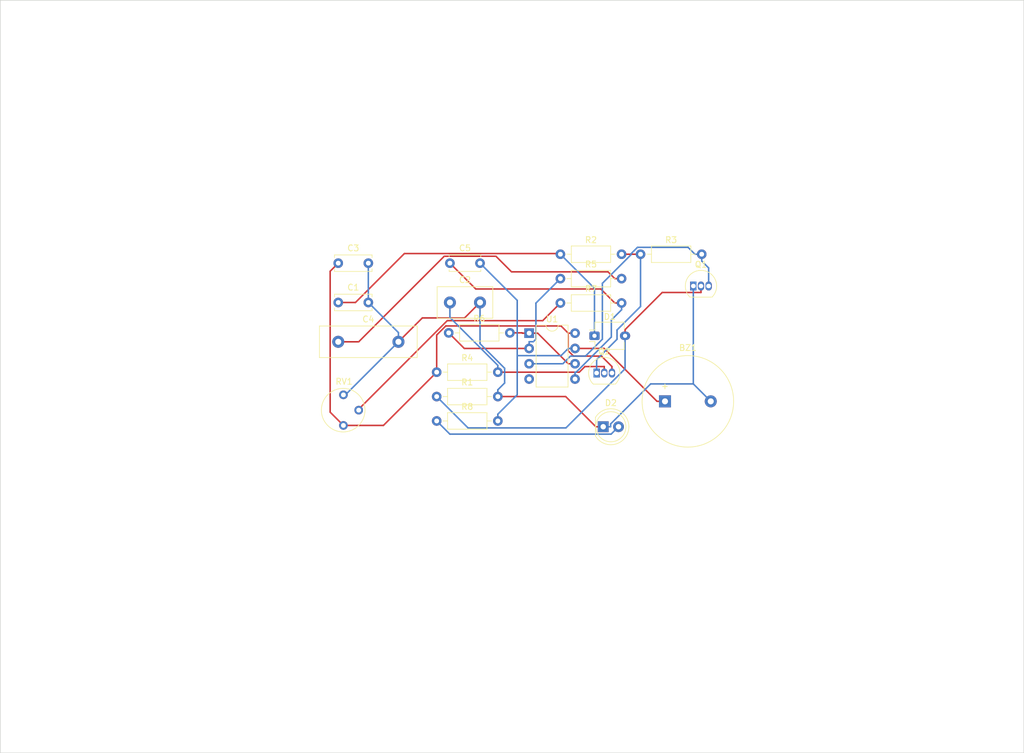
<source format=kicad_pcb>
(kicad_pcb (version 20211014) (generator pcbnew)
  (title_block (title "gammaray2usb") (date "2021-12-27") (rev "0.2x") (company "Fort Sand, Inc."))
  (layers (0 "F.Cu" signal) (31 "B.Cu" signal) (34 "B.Paste" user) (35 "F.Paste" user) (36 "B.SilkS" user "B.Silkscreen") (37 "F.SilkS" user "F.Silkscreen") (38 "B.Mask" user) (39 "F.Mask" user) (44 "Edge.Cuts" user))
  (net 0 "")
  (net 1 "Net-(BZ1-Pad1)")
  (net 2 "GND")
  (net 3 "Net-(C1-Pad1)")
  (net 4 "Net-(C2-Pad1)")
  (net 5 "+9V")
  (net 6 "Net-(C4-Pad1)")
  (net 7 "Net-(C5-Pad1)")
  (net 8 "Net-(D1-Pad2)")
  (net 9 "Net-(D2-Pad2)")
  (net 10 "Net-(Q1-Pad3)")
  (net 11 "Net-(Q2-Pad1)")
  (net 12 "Net-(R5-Pad1)")
  (net 13 "Net-(R6-Pad2)")
  (net 14 "Net-(R7-Pad1)")
  (net 15 "GNDREF")
  (footprint "Potentiometer_THT:Potentiometer_Vishay_T7-YA_Single_Vertical" (layer "F.Cu") (at 126.9892 105.6112)
    (fp_text reference "RV1" (at 0.11 -7.29) (layer "F.SilkS"))
    (fp_text value "250kΩ")
    (fp_circle (center -0.041 -2.54) (end 3.579 -2.54) (layer "F.SilkS") (width 0.12) (fill none))
    (pad "1" thru_hole circle locked (at 0 0) (size 1.44 1.44) (drill 0.8) (layers *.Cu *.Mask) (net 5 "+9V"))
    (pad "2" thru_hole circle locked (at 2.54 -2.54) (size 1.44 1.44) (drill 0.8) (layers *.Cu *.Mask) (net 14 "Net-(R7-Pad1)"))
    (pad "3" thru_hole circle locked (at 0 -5.08) (size 1.44 1.44) (drill 0.8) (layers *.Cu *.Mask) (net 2 "GND"))
  )
  (footprint "Resistor_THT:R_Axial_DIN0207_L6.3mm_D2.5mm_P10.16mm_Horizontal" (layer "F.Cu") (at 163.0278 77.1756)
    (fp_text reference "R2" (at 5.08 -2.37) (layer "F.SilkS"))
    (fp_text value "1.5M")
    (fp_line (start 9.12 0) (end 8.35 0) (layer "F.SilkS") (width 0.12))
    (fp_line (start 1.81 1.37) (end 8.35 1.37) (layer "F.SilkS") (width 0.12))
    (fp_line (start 1.81 -1.37) (end 1.81 1.37) (layer "F.SilkS") (width 0.12))
    (fp_line (start 1.04 0) (end 1.81 0) (layer "F.SilkS") (width 0.12))
    (fp_line (start 8.35 1.37) (end 8.35 -1.37) (layer "F.SilkS") (width 0.12))
    (fp_line (start 8.35 -1.37) (end 1.81 -1.37) (layer "F.SilkS") (width 0.12))
    (pad "1" thru_hole circle locked (at 0 0) (size 1.6 1.6) (drill 0.8) (layers *.Cu *.Mask) (net 3 "Net-(C1-Pad1)"))
    (pad "2" thru_hole oval locked (at 10.16 0) (size 1.6 1.6) (drill 0.8) (layers *.Cu *.Mask) (net 11 "Net-(Q2-Pad1)"))
  )
  (footprint "Resistor_THT:R_Axial_DIN0207_L6.3mm_D2.5mm_P10.16mm_Horizontal" (layer "F.Cu") (at 163.0278 81.2256)
    (fp_text reference "R5" (at 5.08 -2.37) (layer "F.SilkS"))
    (fp_text value "1k")
    (fp_line (start 9.12 0) (end 8.35 0) (layer "F.SilkS") (width 0.12))
    (fp_line (start 1.04 0) (end 1.81 0) (layer "F.SilkS") (width 0.12))
    (fp_line (start 1.81 1.37) (end 8.35 1.37) (layer "F.SilkS") (width 0.12))
    (fp_line (start 8.35 1.37) (end 8.35 -1.37) (layer "F.SilkS") (width 0.12))
    (fp_line (start 8.35 -1.37) (end 1.81 -1.37) (layer "F.SilkS") (width 0.12))
    (fp_line (start 1.81 -1.37) (end 1.81 1.37) (layer "F.SilkS") (width 0.12))
    (pad "1" thru_hole circle locked (at 0 0) (size 1.6 1.6) (drill 0.8) (layers *.Cu *.Mask) (net 12 "Net-(R5-Pad1)"))
    (pad "2" thru_hole oval locked (at 10.16 0) (size 1.6 1.6) (drill 0.8) (layers *.Cu *.Mask) (net 6 "Net-(C4-Pad1)"))
  )
  (footprint "Resistor_THT:R_Axial_DIN0207_L6.3mm_D2.5mm_P10.16mm_Horizontal" (layer "F.Cu") (at 142.4778 104.8656)
    (fp_text reference "R8" (at 5.08 -2.37) (layer "F.SilkS"))
    (fp_text value "1k")
    (fp_line (start 1.81 1.37) (end 8.35 1.37) (layer "F.SilkS") (width 0.12))
    (fp_line (start 1.81 -1.37) (end 1.81 1.37) (layer "F.SilkS") (width 0.12))
    (fp_line (start 8.35 -1.37) (end 1.81 -1.37) (layer "F.SilkS") (width 0.12))
    (fp_line (start 1.04 0) (end 1.81 0) (layer "F.SilkS") (width 0.12))
    (fp_line (start 8.35 1.37) (end 8.35 -1.37) (layer "F.SilkS") (width 0.12))
    (fp_line (start 9.12 0) (end 8.35 0) (layer "F.SilkS") (width 0.12))
    (pad "1" thru_hole circle locked (at 0 0) (size 1.6 1.6) (drill 0.8) (layers *.Cu *.Mask) (net 9 "Net-(D2-Pad2)"))
    (pad "2" thru_hole oval locked (at 10.16 0) (size 1.6 1.6) (drill 0.8) (layers *.Cu *.Mask) (net 1 "Net-(BZ1-Pad1)"))
  )
  (footprint "Capacitor_THT:C_Disc_D6.0mm_W2.5mm_P5.00mm" (layer "F.Cu") (at 126.1278 85.1906)
    (fp_text reference "C1" (at 2.5 -2.5) (layer "F.SilkS"))
    (fp_text value "0.1µF")
    (fp_line (start -0.62 -1.37) (end -0.62 -0.925) (layer "F.SilkS") (width 0.12))
    (fp_line (start -0.62 -1.37) (end 5.62 -1.37) (layer "F.SilkS") (width 0.12))
    (fp_line (start 5.62 0.925) (end 5.62 1.37) (layer "F.SilkS") (width 0.12))
    (fp_line (start -0.62 0.925) (end -0.62 1.37) (layer "F.SilkS") (width 0.12))
    (fp_line (start -0.62 1.37) (end 5.62 1.37) (layer "F.SilkS") (width 0.12))
    (fp_line (start 5.62 -1.37) (end 5.62 -0.925) (layer "F.SilkS") (width 0.12))
    (pad "1" thru_hole circle locked (at 0 0) (size 1.6 1.6) (drill 0.8) (layers *.Cu *.Mask) (net 3 "Net-(C1-Pad1)"))
    (pad "2" thru_hole circle locked (at 5 0) (size 1.6 1.6) (drill 0.8) (layers *.Cu *.Mask) (net 2 "GND"))
  )
  (footprint "Resistor_THT:R_Axial_DIN0207_L6.3mm_D2.5mm_P10.16mm_Horizontal" (layer "F.Cu") (at 176.3378 77.1756)
    (fp_text reference "R3" (at 5.08 -2.37) (layer "F.SilkS"))
    (fp_text value "56k")
    (fp_line (start 8.35 -1.37) (end 1.81 -1.37) (layer "F.SilkS") (width 0.12))
    (fp_line (start 1.81 1.37) (end 8.35 1.37) (layer "F.SilkS") (width 0.12))
    (fp_line (start 8.35 1.37) (end 8.35 -1.37) (layer "F.SilkS") (width 0.12))
    (fp_line (start 1.04 0) (end 1.81 0) (layer "F.SilkS") (width 0.12))
    (fp_line (start 9.12 0) (end 8.35 0) (layer "F.SilkS") (width 0.12))
    (fp_line (start 1.81 -1.37) (end 1.81 1.37) (layer "F.SilkS") (width 0.12))
    (pad "1" thru_hole circle locked (at 0 0) (size 1.6 1.6) (drill 0.8) (layers *.Cu *.Mask) (net 11 "Net-(Q2-Pad1)"))
    (pad "2" thru_hole oval locked (at 10.16 0) (size 1.6 1.6) (drill 0.8) (layers *.Cu *.Mask) (net 10 "Net-(Q1-Pad3)"))
  )
  (footprint "Resistor_THT:R_Axial_DIN0207_L6.3mm_D2.5mm_P10.16mm_Horizontal" (layer "F.Cu") (at 144.4778 90.2356)
    (fp_text reference "R6" (at 5.08 -2.37) (layer "F.SilkS"))
    (fp_text value "1.5M")
    (fp_line (start 1.81 1.37) (end 8.35 1.37) (layer "F.SilkS") (width 0.12))
    (fp_line (start 8.35 -1.37) (end 1.81 -1.37) (layer "F.SilkS") (width 0.12))
    (fp_line (start 9.12 0) (end 8.35 0) (layer "F.SilkS") (width 0.12))
    (fp_line (start 1.81 -1.37) (end 1.81 1.37) (layer "F.SilkS") (width 0.12))
    (fp_line (start 8.35 1.37) (end 8.35 -1.37) (layer "F.SilkS") (width 0.12))
    (fp_line (start 1.04 0) (end 1.81 0) (layer "F.SilkS") (width 0.12))
    (pad "1" thru_hole circle locked (at 0 0) (size 1.6 1.6) (drill 0.8) (layers *.Cu *.Mask) (net 12 "Net-(R5-Pad1)"))
    (pad "2" thru_hole oval locked (at 10.16 0) (size 1.6 1.6) (drill 0.8) (layers *.Cu *.Mask) (net 13 "Net-(R6-Pad2)"))
  )
  (footprint "Package_TO_SOT_THT:TO-92_Inline" (layer "F.Cu") (at 185.1078 82.4556)
    (fp_text reference "Q1" (at 1.27 -3.56) (layer "F.SilkS"))
    (fp_text value "2N7000")
    (fp_line (start -0.53 1.85) (end 3.07 1.85) (layer "F.SilkS") (width 0.12))
    (fp_arc (start 1.27 -2.6) (mid 3.672087 -0.994977) (end 3.108478 1.838478) (layer "F.SilkS") (width 0.12))
    (fp_arc (start -0.568478 1.838478) (mid -1.132087 -0.994977) (end 1.27 -2.6) (layer "F.SilkS") (width 0.12))
    (pad "1" thru_hole rect locked (at 0 0) (size 1.05 1.5) (drill 0.75) (layers *.Cu *.Mask) (net 2 "GND"))
    (pad "2" thru_hole oval locked (at 1.27 0) (size 1.05 1.5) (drill 0.75) (layers *.Cu *.Mask) (net 8 "Net-(D1-Pad2)"))
    (pad "3" thru_hole oval locked (at 2.54 0) (size 1.05 1.5) (drill 0.75) (layers *.Cu *.Mask) (net 10 "Net-(Q1-Pad3)"))
  )
  (footprint "Package_DIP:DIP-8_W7.62mm" (layer "F.Cu") (at 157.8378 90.2856)
    (fp_text reference "U1" (at 3.81 -2.33) (layer "F.SilkS"))
    (fp_text value "LM358")
    (fp_line (start 6.46 -1.33) (end 4.81 -1.33) (layer "F.SilkS") (width 0.12))
    (fp_line (start 2.81 -1.33) (end 1.16 -1.33) (layer "F.SilkS") (width 0.12))
    (fp_line (start 1.16 8.95) (end 6.46 8.95) (layer "F.SilkS") (width 0.12))
    (fp_line (start 1.16 -1.33) (end 1.16 8.95) (layer "F.SilkS") (width 0.12))
    (fp_line (start 6.46 8.95) (end 6.46 -1.33) (layer "F.SilkS") (width 0.12))
    (fp_arc (start 4.81 -1.33) (mid 3.81 -0.33) (end 2.81 -1.33) (layer "F.SilkS") (width 0.12))
    (pad "1" thru_hole rect locked (at 0 0) (size 1.6 1.6) (drill 0.8) (layers *.Cu *.Mask) (net 13 "Net-(R6-Pad2)"))
    (pad "2" thru_hole oval locked (at 0 2.54) (size 1.6 1.6) (drill 0.8) (layers *.Cu *.Mask) (net 12 "Net-(R5-Pad1)"))
    (pad "3" thru_hole oval locked (at 0 5.08) (size 1.6 1.6) (drill 0.8) (layers *.Cu *.Mask) (net 10 "Net-(Q1-Pad3)"))
    (pad "4" thru_hole oval locked (at 0 7.62) (size 1.6 1.6) (drill 0.8) (layers *.Cu *.Mask) (net 15 "GNDREF"))
    (pad "5" thru_hole oval locked (at 7.62 7.62) (size 1.6 1.6) (drill 0.8) (layers *.Cu *.Mask) (net 7 "Net-(C5-Pad1)"))
    (pad "6" thru_hole oval locked (at 7.62 5.08) (size 1.6 1.6) (drill 0.8) (layers *.Cu *.Mask) (net 13 "Net-(R6-Pad2)"))
    (pad "7" thru_hole oval locked (at 7.62 2.54) (size 1.6 1.6) (drill 0.8) (layers *.Cu *.Mask) (net 1 "Net-(BZ1-Pad1)"))
    (pad "8" thru_hole oval locked (at 7.62 0) (size 1.6 1.6) (drill 0.8) (layers *.Cu *.Mask) (net 5 "+9V"))
  )
  (footprint "Resistor_THT:R_Axial_DIN0207_L6.3mm_D2.5mm_P10.16mm_Horizontal" (layer "F.Cu") (at 142.4778 100.8156)
    (fp_text reference "R1" (at 5.08 -2.37) (layer "F.SilkS"))
    (fp_text value "10M")
    (fp_line (start 9.12 0) (end 8.35 0) (layer "F.SilkS") (width 0.12))
    (fp_line (start 8.35 -1.37) (end 1.81 -1.37) (layer "F.SilkS") (width 0.12))
    (fp_line (start 8.35 1.37) (end 8.35 -1.37) (layer "F.SilkS") (width 0.12))
    (fp_line (start 1.81 -1.37) (end 1.81 1.37) (layer "F.SilkS") (width 0.12))
    (fp_line (start 1.04 0) (end 1.81 0) (layer "F.SilkS") (width 0.12))
    (fp_line (start 1.81 1.37) (end 8.35 1.37) (layer "F.SilkS") (width 0.12))
    (pad "1" thru_hole circle locked (at 0 0) (size 1.6 1.6) (drill 0.8) (layers *.Cu *.Mask) (net 8 "Net-(D1-Pad2)"))
    (pad "2" thru_hole oval locked (at 10.16 0) (size 1.6 1.6) (drill 0.8) (layers *.Cu *.Mask) (net 2 "GND"))
  )
  (footprint "Resistor_THT:R_Axial_DIN0207_L6.3mm_D2.5mm_P10.16mm_Horizontal" (layer "F.Cu") (at 163.0278 85.2756)
    (fp_text reference "R7" (at 5.08 -2.37) (layer "F.SilkS"))
    (fp_text value "1k")
    (fp_line (start 8.35 -1.37) (end 1.81 -1.37) (layer "F.SilkS") (width 0.12))
    (fp_line (start 9.12 0) (end 8.35 0) (layer "F.SilkS") (width 0.12))
    (fp_line (start 1.81 -1.37) (end 1.81 1.37) (layer "F.SilkS") (width 0.12))
    (fp_line (start 8.35 1.37) (end 8.35 -1.37) (layer "F.SilkS") (width 0.12))
    (fp_line (start 1.81 1.37) (end 8.35 1.37) (layer "F.SilkS") (width 0.12))
    (fp_line (start 1.04 0) (end 1.81 0) (layer "F.SilkS") (width 0.12))
    (pad "1" thru_hole circle locked (at 0 0) (size 1.6 1.6) (drill 0.8) (layers *.Cu *.Mask) (net 14 "Net-(R7-Pad1)"))
    (pad "2" thru_hole oval locked (at 10.16 0) (size 1.6 1.6) (drill 0.8) (layers *.Cu *.Mask) (net 7 "Net-(C5-Pad1)"))
  )
  (footprint "Buzzer_Beeper:Buzzer_15x7.5RM7.6" (layer "F.Cu") (at 180.4004 101.6097)
    (fp_text reference "BZ1" (at 3.81 -8.89) (layer "F.SilkS"))
    (fp_text value "Buzzer")
    (fp_text user "+" (at -0.01 -2.54) (layer "F.SilkS"))
    (fp_circle (center 3.8 0) (end 11.4 0) (layer "F.SilkS") (width 0.12) (fill none))
    (pad "1" thru_hole rect locked (at 0 0) (size 2 2) (drill 1) (layers *.Cu *.Mask) (net 1 "Net-(BZ1-Pad1)"))
    (pad "2" thru_hole circle locked (at 7.6 0) (size 2 2) (drill 1) (layers *.Cu *.Mask) (net 2 "GND"))
  )
  (footprint "Capacitor_THT:C_Disc_D5.0mm_W2.5mm_P5.00mm" (layer "F.Cu") (at 144.6778 78.6606)
    (fp_text reference "C5" (at 2.5 -2.5) (layer "F.SilkS"))
    (fp_text value "0.01µF")
    (fp_line (start -0.12 1.37) (end 5.12 1.37) (layer "F.SilkS") (width 0.12))
    (fp_line (start 5.12 1.055) (end 5.12 1.37) (layer "F.SilkS") (width 0.12))
    (fp_line (start -0.12 1.055) (end -0.12 1.37) (layer "F.SilkS") (width 0.12))
    (fp_line (start 5.12 -1.37) (end 5.12 -1.055) (layer "F.SilkS") (width 0.12))
    (fp_line (start -0.12 -1.37) (end -0.12 -1.055) (layer "F.SilkS") (width 0.12))
    (fp_line (start -0.12 -1.37) (end 5.12 -1.37) (layer "F.SilkS") (width 0.12))
    (pad "1" thru_hole circle locked (at 0 0) (size 1.6 1.6) (drill 0.8) (layers *.Cu *.Mask) (net 7 "Net-(C5-Pad1)"))
    (pad "2" thru_hole circle locked (at 5 0) (size 1.6 1.6) (drill 0.8) (layers *.Cu *.Mask) (net 1 "Net-(BZ1-Pad1)"))
  )
  (footprint "Capacitor_THT:C_Disc_D16.0mm_W5.0mm_P10.00mm" (layer "F.Cu") (at 126.1278 91.7206)
    (fp_text reference "C4" (at 5 -3.75) (layer "F.SilkS"))
    (fp_text value "0.02µF")
    (fp_line (start -3.12 2.62) (end 13.12 2.62) (layer "F.SilkS") (width 0.12))
    (fp_line (start 13.12 -2.62) (end 13.12 2.62) (layer "F.SilkS") (width 0.12))
    (fp_line (start -3.12 -2.62) (end 13.12 -2.62) (layer "F.SilkS") (width 0.12))
    (fp_line (start -3.12 -2.62) (end -3.12 2.62) (layer "F.SilkS") (width 0.12))
    (pad "1" thru_hole circle locked (at 0 0) (size 2 2) (drill 1) (layers *.Cu *.Mask) (net 6 "Net-(C4-Pad1)"))
    (pad "2" thru_hole circle locked (at 10 0) (size 2 2) (drill 1) (layers *.Cu *.Mask) (net 2 "GND"))
  )
  (footprint "Capacitor_THT:C_Disc_D6.0mm_W2.5mm_P5.00mm" (layer "F.Cu") (at 126.1278 78.6606)
    (fp_text reference "C3" (at 2.5 -2.5) (layer "F.SilkS"))
    (fp_text value "0.1µF")
    (fp_line (start 5.62 -1.37) (end 5.62 -0.925) (layer "F.SilkS") (width 0.12))
    (fp_line (start -0.62 -1.37) (end 5.62 -1.37) (layer "F.SilkS") (width 0.12))
    (fp_line (start -0.62 0.925) (end -0.62 1.37) (layer "F.SilkS") (width 0.12))
    (fp_line (start -0.62 -1.37) (end -0.62 -0.925) (layer "F.SilkS") (width 0.12))
    (fp_line (start 5.62 0.925) (end 5.62 1.37) (layer "F.SilkS") (width 0.12))
    (fp_line (start -0.62 1.37) (end 5.62 1.37) (layer "F.SilkS") (width 0.12))
    (pad "1" thru_hole circle locked (at 0 0) (size 1.6 1.6) (drill 0.8) (layers *.Cu *.Mask) (net 5 "+9V"))
    (pad "2" thru_hole circle locked (at 5 0) (size 1.6 1.6) (drill 0.8) (layers *.Cu *.Mask) (net 2 "GND"))
  )
  (footprint "OptoDevice:Osram_DIL2_4.3x4.65mm_P5.08mm" (layer "F.Cu") (at 168.6878 90.7256)
    (fp_text reference "D1" (at 2.54 -3.17) (layer "F.SilkS"))
    (fp_text value "BPW34")
    (fp_line (start 0.08 -2.26) (end 4.95 -2.26) (layer "F.SilkS") (width 0.12))
    (fp_line (start 0.08 -0.96) (end -0.84 -0.96) (layer "F.SilkS") (width 0.12))
    (fp_line (start 0.08 -2.26) (end 0.08 -0.96) (layer "F.SilkS") (width 0.12))
    (fp_line (start 0.08 0.96) (end -0.84 0.96) (layer "F.SilkS") (width 0.12))
    (fp_line (start 0.08 0.96) (end 0.08 2.26) (layer "F.SilkS") (width 0.12))
    (fp_line (start 4.95 -2.26) (end 4.95 -1.06) (layer "F.SilkS") (width 0.12))
    (fp_line (start 4.95 1.06) (end 4.95 2.26) (layer "F.SilkS") (width 0.12))
    (fp_line (start 4.95 2.26) (end 0.08 2.26) (layer "F.SilkS") (width 0.12))
    (pad "1" thru_hole roundrect locked (at 0 0) (size 1.7 1.4) (drill 0.7) (layers *.Cu *.Mask) (roundrect_rratio 0.178) (net 3 "Net-(C1-Pad1)"))
    (pad "2" thru_hole oval locked (at 5.08 0) (size 1.7 1.4) (drill 0.7) (layers *.Cu *.Mask) (net 8 "Net-(D1-Pad2)"))
  )
  (footprint "LED_THT:LED_D5.0mm" (layer "F.Cu") (at 170.1409 105.8275)
    (fp_text reference "D2" (at 1.27 -3.96) (layer "F.SilkS"))
    (fp_text value "LED")
    (fp_line (start -1.29 -1.545) (end -1.29 1.545) (layer "F.SilkS") (width 0.12))
    (fp_arc (start -1.29 -1.54483) (mid 2.072002 -2.880433) (end 4.26 0.000462) (layer "F.SilkS") (width 0.12))
    (fp_arc (start 4.26 -0.000462) (mid 2.072002 2.880433) (end -1.29 1.54483) (layer "F.SilkS") (width 0.12))
    (fp_circle (center 1.27 0) (end 3.77 0) (layer "F.SilkS") (width 0.12) (fill none))
    (pad "1" thru_hole rect locked (at 0 0) (size 1.8 1.8) (drill 0.9) (layers *.Cu *.Mask) (net 2 "GND"))
    (pad "2" thru_hole circle locked (at 2.54 0) (size 1.8 1.8) (drill 0.9) (layers *.Cu *.Mask) (net 9 "Net-(D2-Pad2)"))
  )
  (footprint "Package_TO_SOT_THT:TO-92_Inline" (layer "F.Cu") (at 169.0478 96.9056)
    (fp_text reference "Q2" (at 1.27 -3.56) (layer "F.SilkS"))
    (fp_text value "2N3904")
    (fp_line (start -0.53 1.85) (end 3.07 1.85) (layer "F.SilkS") (width 0.12))
    (fp_arc (start 1.27 -2.6) (mid 3.672087 -0.994977) (end 3.108478 1.838478) (layer "F.SilkS") (width 0.12))
    (fp_arc (start -0.568478 1.838478) (mid -1.132087 -0.994977) (end 1.27 -2.6) (layer "F.SilkS") (width 0.12))
    (pad "1" thru_hole rect locked (at 0 0) (size 1.05 1.5) (drill 0.75) (layers *.Cu *.Mask) (net 11 "Net-(Q2-Pad1)"))
    (pad "2" thru_hole oval locked (at 1.27 0) (size 1.05 1.5) (drill 0.75) (layers *.Cu *.Mask) (net 4 "Net-(C2-Pad1)"))
    (pad "3" thru_hole oval locked (at 2.54 0) (size 1.05 1.5) (drill 0.75) (layers *.Cu *.Mask) (net 5 "+9V"))
  )
  (footprint "Resistor_THT:R_Axial_DIN0207_L6.3mm_D2.5mm_P10.16mm_Horizontal" (layer "F.Cu") (at 142.4778 96.7656)
    (fp_text reference "R4" (at 5.08 -2.37) (layer "F.SilkS"))
    (fp_text value "150k")
    (fp_line (start 8.35 1.37) (end 8.35 -1.37) (layer "F.SilkS") (width 0.12))
    (fp_line (start 1.81 1.37) (end 8.35 1.37) (layer "F.SilkS") (width 0.12))
    (fp_line (start 1.04 0) (end 1.81 0) (layer "F.SilkS") (width 0.12))
    (fp_line (start 8.35 -1.37) (end 1.81 -1.37) (layer "F.SilkS") (width 0.12))
    (fp_line (start 1.81 -1.37) (end 1.81 1.37) (layer "F.SilkS") (width 0.12))
    (fp_line (start 9.12 0) (end 8.35 0) (layer "F.SilkS") (width 0.12))
    (pad "1" thru_hole circle locked (at 0 0) (size 1.6 1.6) (drill 0.8) (layers *.Cu *.Mask) (net 5 "+9V"))
    (pad "2" thru_hole oval locked (at 10.16 0) (size 1.6 1.6) (drill 0.8) (layers *.Cu *.Mask) (net 4 "Net-(C2-Pad1)"))
  )
  (footprint "Capacitor_THT:C_Disc_D9.0mm_W5.0mm_P5.00mm" (layer "F.Cu") (at 144.6778 85.1906)
    (fp_text reference "C2" (at 2.5 -3.75) (layer "F.SilkS"))
    (fp_text value "100 uF")
    (fp_line (start -2.12 2.62) (end 7.12 2.62) (layer "F.SilkS") (width 0.12))
    (fp_line (start -2.12 -2.62) (end -2.12 2.62) (layer "F.SilkS") (width 0.12))
    (fp_line (start -2.12 -2.62) (end 7.12 -2.62) (layer "F.SilkS") (width 0.12))
    (fp_line (start 7.12 -2.62) (end 7.12 2.62) (layer "F.SilkS") (width 0.12))
    (pad "1" thru_hole circle locked (at 0 0) (size 2 2) (drill 1) (layers *.Cu *.Mask) (net 4 "Net-(C2-Pad1)"))
    (pad "2" thru_hole circle locked (at 5 0) (size 2 2) (drill 1) (layers *.Cu *.Mask) (net 2 "GND"))
  )
  (gr_line (start 240 160) (end 70 160) (layer "Edge.Cuts") (width 0.1))
  (gr_line (start 70 35) (end 240 35) (layer "Edge.Cuts") (width 0.1))
  (gr_line (start 240 35) (end 240 160) (layer "Edge.Cuts") (width 0.1))
  (gr_line (start 70 160) (end 70 35) (layer "Edge.Cuts") (width 0.1))
  (segment (start 170.291 92.8256) (end 179.0751 101.6097) (width 0.25) (layer "F.Cu") (net 1))
  (segment (start 180.4004 101.6097) (end 179.0751 101.6097) (width 0.25) (layer "F.Cu") (net 1))
  (segment (start 165.4578 92.8256) (end 170.291 92.8256) (width 0.25) (layer "F.Cu") (net 1))
  (segment (start 152.6378 104.8656) (end 152.6378 103.7403) (width 0.25) (layer "B.Cu") (net 1))
  (segment (start 155.8558 94.0162) (end 163.1419 94.0162) (width 0.25) (layer "B.Cu") (net 1))
  (segment (start 155.8558 94.0162) (end 155.8558 100.5223) (width 0.25) (layer "B.Cu") (net 1))
  (segment (start 155.8558 84.8386) (end 155.8558 94.0162) (width 0.25) (layer "B.Cu") (net 1))
  (segment (start 149.6778 78.6606) (end 155.8558 84.8386) (width 0.25) (layer "B.Cu") (net 1))
  (segment (start 163.1419 94.0162) (end 164.3325 92.8256) (width 0.25) (layer "B.Cu") (net 1))
  (segment (start 155.8558 100.5223) (end 152.6378 103.7403) (width 0.25) (layer "B.Cu") (net 1))
  (segment (start 165.4578 92.8256) (end 164.3325 92.8256) (width 0.25) (layer "B.Cu") (net 1))
  (segment (start 147.112 87.7564) (end 140.092 87.7564) (width 0.25) (layer "F.Cu") (net 2))
  (segment (start 152.6378 100.8156) (end 163.9037 100.8156) (width 0.25) (layer "F.Cu") (net 2))
  (segment (start 170.1409 105.8275) (end 168.9156 105.8275) (width 0.25) (layer "F.Cu") (net 2))
  (segment (start 163.9037 100.8156) (end 168.9156 105.8275) (width 0.25) (layer "F.Cu") (net 2))
  (segment (start 140.092 87.7564) (end 136.1278 91.7206) (width 0.25) (layer "F.Cu") (net 2))
  (segment (start 149.6778 85.1906) (end 147.112 87.7564) (width 0.25) (layer "F.Cu") (net 2))
  (segment (start 152.6378 100.8156) (end 152.6378 99.6903) (width 0.25) (layer "B.Cu") (net 2))
  (segment (start 136.1278 90.1906) (end 136.1278 91.7206) (width 0.25) (layer "B.Cu") (net 2))
  (segment (start 136.1278 91.7206) (end 127.3172 100.5312) (width 0.25) (layer "B.Cu") (net 2))
  (segment (start 185.1078 82.4556) (end 185.1078 98.7171) (width 0.25) (layer "B.Cu") (net 2))
  (segment (start 127.3172 100.5312) (end 126.9892 100.5312) (width 0.25) (layer "B.Cu") (net 2))
  (segment (start 149.6778 85.1906) (end 149.6778 92.0314) (width 0.25) (layer "B.Cu") (net 2))
  (segment (start 185.1078 98.7171) (end 188.0004 101.6097) (width 0.25) (layer "B.Cu") (net 2))
  (segment (start 170.1409 105.8275) (end 171.3662 105.8275) (width 0.25) (layer "B.Cu") (net 2))
  (segment (start 153.7631 98.565) (end 152.6378 99.6903) (width 0.25) (layer "B.Cu") (net 2))
  (segment (start 131.1278 78.6606) (end 131.1278 85.1906) (width 0.25) (layer "B.Cu") (net 2))
  (segment (start 149.6778 92.0314) (end 153.7631 96.1167) (width 0.25) (layer "B.Cu") (net 2))
  (segment (start 131.1278 85.1906) (end 136.1278 90.1906) (width 0.25) (layer "B.Cu") (net 2))
  (segment (start 171.3662 105.8275) (end 171.3662 105.368) (width 0.25) (layer "B.Cu") (net 2))
  (segment (start 178.0171 98.7171) (end 185.1078 98.7171) (width 0.25) (layer "B.Cu") (net 2))
  (segment (start 153.7631 96.1167) (end 153.7631 98.565) (width 0.25) (layer "B.Cu") (net 2))
  (segment (start 171.3662 105.368) (end 178.0171 98.7171) (width 0.25) (layer "B.Cu") (net 2))
  (segment (start 126.1278 85.1906) (end 128.9882 85.1906) (width 0.25) (layer "F.Cu") (net 3))
  (segment (start 137.1171 77.0617) (end 162.9139 77.0617) (width 0.25) (layer "F.Cu") (net 3))
  (segment (start 162.9139 77.0617) (end 163.0278 77.1756) (width 0.25) (layer "F.Cu") (net 3))
  (segment (start 128.9882 85.1906) (end 137.1171 77.0617) (width 0.25) (layer "F.Cu") (net 3))
  (segment (start 163.0278 77.1756) (end 168.6878 82.8356) (width 0.25) (layer "B.Cu") (net 3))
  (segment (start 168.6878 82.8356) (end 168.6878 90.7256) (width 0.25) (layer "B.Cu") (net 3))
  (segment (start 166.1677 96.7656) (end 152.6378 96.7656) (width 0.25) (layer "F.Cu") (net 4))
  (segment (start 170.3178 96.9056) (end 170.3178 95.8303) (width 0.25) (layer "F.Cu") (net 4))
  (segment (start 170.3178 95.8303) (end 167.103 95.8303) (width 0.25) (layer "F.Cu") (net 4))
  (segment (start 167.103 95.8303) (end 166.1677 96.7656) (width 0.25) (layer "F.Cu") (net 4))
  (segment (start 152.6378 95.6403) (end 144.6778 87.6803) (width 0.25) (layer "B.Cu") (net 4))
  (segment (start 144.6778 87.6803) (end 144.6778 85.1906) (width 0.25) (layer "B.Cu") (net 4))
  (segment (start 152.6378 96.7656) (end 152.6378 95.6403) (width 0.25) (layer "B.Cu") (net 4))
  (segment (start 165.4578 90.2856) (end 164.3325 90.2856) (width 0.25) (layer "F.Cu") (net 5))
  (segment (start 164.3325 93.2209) (end 164.3325 90.2856) (width 0.25) (layer "F.Cu") (net 5))
  (segment (start 142.4778 90.6003) (end 143.9905 89.0876) (width 0.25) (layer "F.Cu") (net 5))
  (segment (start 163.1345 89.0876) (end 164.3325 90.2856) (width 0.25) (layer "F.Cu") (net 5))
  (segment (start 124.785 80.0034) (end 124.785 103.407) (width 0.25) (layer "F.Cu") (net 5))
  (segment (start 133.6322 105.6112) (end 142.4778 96.7656) (width 0.25) (layer "F.Cu") (net 5))
  (segment (start 165.2072 94.0956) (end 164.3325 93.2209) (width 0.25) (layer "F.Cu") (net 5))
  (segment (start 124.785 103.407) (end 126.9892 105.6112) (width 0.25) (layer "F.Cu") (net 5))
  (segment (start 126.9892 105.6112) (end 133.6322 105.6112) (width 0.25) (layer "F.Cu") (net 5))
  (segment (start 169.8531 94.0956) (end 165.2072 94.0956) (width 0.25) (layer "F.Cu") (net 5))
  (segment (start 171.5878 96.9056) (end 171.5878 95.8303) (width 0.25) (layer "F.Cu") (net 5))
  (segment (start 142.4778 96.7656) (end 142.4778 90.6003) (width 0.25) (layer "F.Cu") (net 5))
  (segment (start 171.5878 95.8303) (end 169.8531 94.0956) (width 0.25) (layer "F.Cu") (net 5))
  (segment (start 126.1278 78.6606) (end 124.785 80.0034) (width 0.25) (layer "F.Cu") (net 5))
  (segment (start 143.9905 89.0876) (end 163.1345 89.0876) (width 0.25) (layer "F.Cu") (net 5))
  (segment (start 173.1878 81.2256) (end 172.0625 81.2256) (width 0.25) (layer "F.Cu") (net 6))
  (segment (start 154.9103 80.1003) (end 170.9372 80.1003) (width 0.25) (layer "F.Cu") (net 6))
  (segment (start 170.9372 80.1003) (end 172.0625 81.2256) (width 0.25) (layer "F.Cu") (net 6))
  (segment (start 129.5262 91.7206) (end 143.7335 77.5133) (width 0.25) (layer "F.Cu") (net 6))
  (segment (start 152.3233 77.5133) (end 154.9103 80.1003) (width 0.25) (layer "F.Cu") (net 6))
  (segment (start 143.7335 77.5133) (end 152.3233 77.5133) (width 0.25) (layer "F.Cu") (net 6))
  (segment (start 126.1278 91.7206) (end 129.5262 91.7206) (width 0.25) (layer "F.Cu") (net 6))
  (segment (start 173.1878 85.2756) (end 172.0625 85.2756) (width 0.25) (layer "F.Cu") (net 7))
  (segment (start 148.9634 82.9462) (end 169.7331 82.9462) (width 0.25) (layer "F.Cu") (net 7))
  (segment (start 169.7331 82.9462) (end 172.0625 85.2756) (width 0.25) (layer "F.Cu") (net 7))
  (segment (start 144.6778 78.6606) (end 148.9634 82.9462) (width 0.25) (layer "F.Cu") (net 7))
  (segment (start 171.491 90.924) (end 165.6347 96.7803) (width 0.25) (layer "B.Cu") (net 7))
  (segment (start 171.491 88.0977) (end 171.491 90.924) (width 0.25) (layer "B.Cu") (net 7))
  (segment (start 165.6347 96.7803) (end 165.4578 96.7803) (width 0.25) (layer "B.Cu") (net 7))
  (segment (start 173.1878 85.2756) (end 173.1878 86.4009) (width 0.25) (layer "B.Cu") (net 7))
  (segment (start 173.1878 86.4009) (end 171.491 88.0977) (width 0.25) (layer "B.Cu") (net 7))
  (segment (start 165.4578 97.9056) (end 165.4578 96.7803) (width 0.25) (layer "B.Cu") (net 7))
  (segment (start 173.7678 90.7256) (end 173.7678 89.7003) (width 0.25) (layer "F.Cu") (net 8))
  (segment (start 173.7678 89.7003) (end 179.9372 83.5309) (width 0.25) (layer "F.Cu") (net 8))
  (segment (start 179.9372 83.5309) (end 186.3778 83.5309) (width 0.25) (layer "F.Cu") (net 8))
  (segment (start 186.3778 82.4556) (end 186.3778 83.5309) (width 0.25) (layer "F.Cu") (net 8))
  (segment (start 173.7678 96.2014) (end 163.9477 106.0215) (width 0.25) (layer "B.Cu") (net 8))
  (segment (start 173.7678 90.7256) (end 173.7678 96.2014) (width 0.25) (layer "B.Cu") (net 8))
  (segment (start 163.9477 106.0215) (end 147.6837 106.0215) (width 0.25) (layer "B.Cu") (net 8))
  (segment (start 147.6837 106.0215) (end 142.4778 100.8156) (width 0.25) (layer "B.Cu") (net 8))
  (segment (start 144.6651 107.0529) (end 171.4555 107.0529) (width 0.25) (layer "B.Cu") (net 9))
  (segment (start 142.4778 104.8656) (end 144.6651 107.0529) (width 0.25) (layer "B.Cu") (net 9))
  (segment (start 171.4555 107.0529) (end 172.6809 105.8275) (width 0.25) (layer "B.Cu") (net 9))
  (segment (start 167.1947 94.0956) (end 164.7034 94.0956) (width 0.25) (layer "B.Cu") (net 10))
  (segment (start 163.4334 95.3656) (end 157.8378 95.3656) (width 0.25) (layer "B.Cu") (net 10))
  (segment (start 175.828 76.0322) (end 174.7629 77.0973) (width 0.25) (layer "B.Cu") (net 10))
  (segment (start 164.7034 94.0956) (end 163.4334 95.3656) (width 0.25) (layer "B.Cu") (net 10))
  (segment (start 186.4978 77.1756) (end 186.4978 78.3009) (width 0.25) (layer "B.Cu") (net 10))
  (segment (start 186.4978 77.1756) (end 185.3725 77.1756) (width 0.25) (layer "B.Cu") (net 10))
  (segment (start 170.002 82.0095) (end 170.002 91.2883) (width 0.25) (layer "B.Cu") (net 10))
  (segment (start 174.7629 77.0973) (end 174.7629 77.2486) (width 0.25) (layer "B.Cu") (net 10))
  (segment (start 185.3725 77.1756) (end 184.2291 76.0322) (width 0.25) (layer "B.Cu") (net 10))
  (segment (start 184.2291 76.0322) (end 175.828 76.0322) (width 0.25) (layer "B.Cu") (net 10))
  (segment (start 187.6478 79.4509) (end 186.4978 78.3009) (width 0.25) (layer "B.Cu") (net 10))
  (segment (start 170.002 91.2883) (end 167.1947 94.0956) (width 0.25) (layer "B.Cu") (net 10))
  (segment (start 187.6478 82.4556) (end 187.6478 79.4509) (width 0.25) (layer "B.Cu") (net 10))
  (segment (start 174.7629 77.2486) (end 170.002 82.0095) (width 0.25) (layer "B.Cu") (net 10))
  (segment (start 173.1878 77.1756) (end 176.3378 77.1756) (width 0.25) (layer "F.Cu") (net 11))
  (segment (start 169.0478 96.9056) (end 169.0478 94.6842) (width 0.25) (layer "B.Cu") (net 11))
  (segment (start 172.4338 89.7566) (end 176.3378 85.8526) (width 0.25) (layer "B.Cu") (net 11))
  (segment (start 176.3378 85.8526) (end 176.3378 77.1756) (width 0.25) (layer "B.Cu") (net 11))
  (segment (start 172.4338 91.2982) (end 172.4338 89.7566) (width 0.25) (layer "B.Cu") (net 11))
  (segment (start 169.0478 94.6842) (end 172.4338 91.2982) (width 0.25) (layer "B.Cu") (net 11))
  (segment (start 144.4778 90.2356) (end 147.0678 92.8256) (width 0.25) (layer "F.Cu") (net 12))
  (segment (start 147.0678 92.8256) (end 157.8378 92.8256) (width 0.25) (layer "F.Cu") (net 12))
  (segment (start 158.9631 85.2903) (end 158.9631 91.2784) (width 0.25) (layer "B.Cu") (net 12))
  (segment (start 158.5412 91.7003) (end 157.8378 91.7003) (width 0.25) (layer "B.Cu") (net 12))
  (segment (start 157.8378 92.8256) (end 157.8378 91.7003) (width 0.25) (layer "B.Cu") (net 12))
  (segment (start 158.9631 91.2784) (end 158.5412 91.7003) (width 0.25) (layer "B.Cu") (net 12))
  (segment (start 163.0278 81.2256) (end 158.9631 85.2903) (width 0.25) (layer "B.Cu") (net 12))
  (segment (start 165.4578 95.3656) (end 164.3325 95.3656) (width 0.25) (layer "F.Cu") (net 13))
  (segment (start 157.8378 90.2856) (end 159.2525 90.2856) (width 0.25) (layer "F.Cu") (net 13))
  (segment (start 154.6378 90.2356) (end 156.6625 90.2356) (width 0.25) (layer "F.Cu") (net 13))
  (segment (start 156.6625 90.2356) (end 156.7125 90.2856) (width 0.25) (layer "F.Cu") (net 13))
  (segment (start 157.8378 90.2856) (end 156.7125 90.2856) (width 0.25) (layer "F.Cu") (net 13))
  (segment (start 159.2525 90.2856) (end 164.3325 95.3656) (width 0.25) (layer "F.Cu") (net 13))
  (segment (start 160.0967 88.2067) (end 144.2345 88.2067) (width 0.25) (layer "F.Cu") (net 14))
  (segment (start 144.2345 88.2067) (end 129.5292 102.912) (width 0.25) (layer "F.Cu") (net 14))
  (segment (start 163.0278 85.2756) (end 160.0967 88.2067) (width 0.25) (layer "F.Cu") (net 14))
  (segment (start 129.5292 102.912) (end 129.5292 103.0712) (width 0.25) (layer "F.Cu") (net 14))
)
</source>
